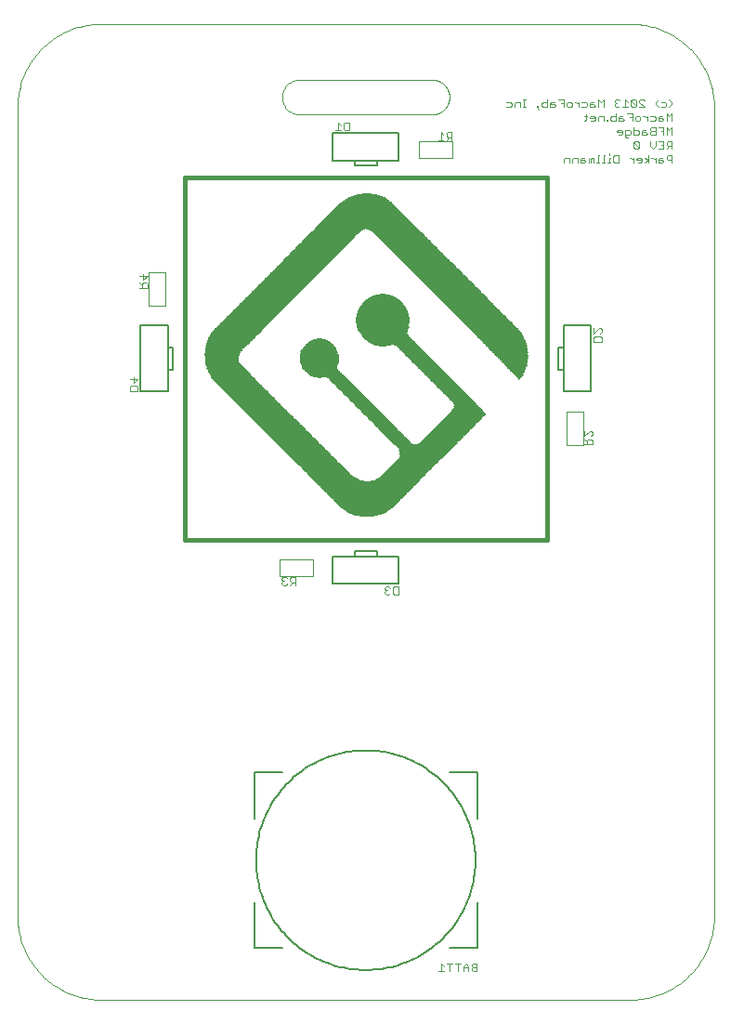
<source format=gbo>
G75*
%MOIN*%
%OFA0B0*%
%FSLAX24Y24*%
%IPPOS*%
%LPD*%
%AMOC8*
5,1,8,0,0,1.08239X$1,22.5*
%
%ADD10C,0.0000*%
%ADD11R,0.0324X0.0018*%
%ADD12R,0.0558X0.0018*%
%ADD13R,0.0738X0.0018*%
%ADD14R,0.0864X0.0018*%
%ADD15R,0.0990X0.0018*%
%ADD16R,0.1062X0.0018*%
%ADD17R,0.1170X0.0018*%
%ADD18R,0.1242X0.0018*%
%ADD19R,0.1314X0.0018*%
%ADD20R,0.1386X0.0018*%
%ADD21R,0.1458X0.0018*%
%ADD22R,0.1512X0.0018*%
%ADD23R,0.1566X0.0018*%
%ADD24R,0.1638X0.0018*%
%ADD25R,0.1674X0.0018*%
%ADD26R,0.1728X0.0018*%
%ADD27R,0.1764X0.0018*%
%ADD28R,0.1818X0.0018*%
%ADD29R,0.1854X0.0018*%
%ADD30R,0.1890X0.0018*%
%ADD31R,0.1926X0.0018*%
%ADD32R,0.1962X0.0018*%
%ADD33R,0.1998X0.0018*%
%ADD34R,0.2034X0.0018*%
%ADD35R,0.2070X0.0018*%
%ADD36R,0.2106X0.0018*%
%ADD37R,0.2142X0.0018*%
%ADD38R,0.2178X0.0018*%
%ADD39R,0.2214X0.0018*%
%ADD40R,0.2250X0.0018*%
%ADD41R,0.2286X0.0018*%
%ADD42R,0.2322X0.0018*%
%ADD43R,0.2358X0.0018*%
%ADD44R,0.2394X0.0018*%
%ADD45R,0.2430X0.0018*%
%ADD46R,0.2466X0.0018*%
%ADD47R,0.2502X0.0018*%
%ADD48R,0.2538X0.0018*%
%ADD49R,0.2574X0.0018*%
%ADD50R,0.2610X0.0018*%
%ADD51R,0.2646X0.0018*%
%ADD52R,0.2682X0.0018*%
%ADD53R,0.2718X0.0018*%
%ADD54R,0.2754X0.0018*%
%ADD55R,0.2790X0.0018*%
%ADD56R,0.2826X0.0018*%
%ADD57R,0.2862X0.0018*%
%ADD58R,0.2898X0.0018*%
%ADD59R,0.2934X0.0018*%
%ADD60R,0.2970X0.0018*%
%ADD61R,0.3006X0.0018*%
%ADD62R,0.3042X0.0018*%
%ADD63R,0.3078X0.0018*%
%ADD64R,0.3114X0.0018*%
%ADD65R,0.3150X0.0018*%
%ADD66R,0.3186X0.0018*%
%ADD67R,0.3222X0.0018*%
%ADD68R,0.3258X0.0018*%
%ADD69R,0.3294X0.0018*%
%ADD70R,0.3330X0.0018*%
%ADD71R,0.3366X0.0018*%
%ADD72R,0.3402X0.0018*%
%ADD73R,0.3438X0.0018*%
%ADD74R,0.3474X0.0018*%
%ADD75R,0.3510X0.0018*%
%ADD76R,0.3546X0.0018*%
%ADD77R,0.3582X0.0018*%
%ADD78R,0.3618X0.0018*%
%ADD79R,0.3654X0.0018*%
%ADD80R,0.3690X0.0018*%
%ADD81R,0.3726X0.0018*%
%ADD82R,0.1800X0.0018*%
%ADD83R,0.1746X0.0018*%
%ADD84R,0.1656X0.0018*%
%ADD85R,0.1602X0.0018*%
%ADD86R,0.1584X0.0018*%
%ADD87R,0.1620X0.0018*%
%ADD88R,0.1602X0.0018*%
%ADD89R,0.1548X0.0018*%
%ADD90R,0.1530X0.0018*%
%ADD91R,0.1584X0.0018*%
%ADD92R,0.1674X0.0018*%
%ADD93R,0.1692X0.0018*%
%ADD94R,0.1710X0.0018*%
%ADD95R,0.1872X0.0018*%
%ADD96R,0.1908X0.0018*%
%ADD97R,0.1944X0.0018*%
%ADD98R,0.1980X0.0018*%
%ADD99R,0.2016X0.0018*%
%ADD100R,0.2052X0.0018*%
%ADD101R,0.2088X0.0018*%
%ADD102R,0.2124X0.0018*%
%ADD103R,0.2160X0.0018*%
%ADD104R,0.1440X0.0018*%
%ADD105R,0.0684X0.0018*%
%ADD106R,0.0666X0.0018*%
%ADD107R,0.1368X0.0018*%
%ADD108R,0.1350X0.0018*%
%ADD109R,0.0648X0.0018*%
%ADD110R,0.1332X0.0018*%
%ADD111R,0.1296X0.0018*%
%ADD112R,0.1260X0.0018*%
%ADD113R,0.1224X0.0018*%
%ADD114R,0.1188X0.0018*%
%ADD115R,0.1152X0.0018*%
%ADD116R,0.1116X0.0018*%
%ADD117R,0.1080X0.0018*%
%ADD118R,0.1026X0.0018*%
%ADD119R,0.0972X0.0018*%
%ADD120R,0.0936X0.0018*%
%ADD121R,0.0918X0.0018*%
%ADD122R,0.0900X0.0018*%
%ADD123R,0.0882X0.0018*%
%ADD124R,0.0846X0.0018*%
%ADD125R,0.0828X0.0018*%
%ADD126R,0.0810X0.0018*%
%ADD127R,0.0792X0.0018*%
%ADD128R,0.0792X0.0018*%
%ADD129R,0.0018X0.0018*%
%ADD130R,0.0054X0.0018*%
%ADD131R,0.1512X0.0018*%
%ADD132R,0.0090X0.0018*%
%ADD133R,0.0108X0.0018*%
%ADD134R,0.0126X0.0018*%
%ADD135R,0.0144X0.0018*%
%ADD136R,0.1494X0.0018*%
%ADD137R,0.0342X0.0018*%
%ADD138R,0.0720X0.0018*%
%ADD139R,0.0180X0.0018*%
%ADD140R,0.1134X0.0018*%
%ADD141R,0.0198X0.0018*%
%ADD142R,0.0234X0.0018*%
%ADD143R,0.1476X0.0018*%
%ADD144R,0.0270X0.0018*%
%ADD145R,0.0288X0.0018*%
%ADD146R,0.1206X0.0018*%
%ADD147R,0.0378X0.0018*%
%ADD148R,0.1224X0.0018*%
%ADD149R,0.0396X0.0018*%
%ADD150R,0.0432X0.0018*%
%ADD151R,0.0450X0.0018*%
%ADD152R,0.1422X0.0018*%
%ADD153R,0.1242X0.0018*%
%ADD154R,0.0486X0.0018*%
%ADD155R,0.1422X0.0018*%
%ADD156R,0.0504X0.0018*%
%ADD157R,0.1404X0.0018*%
%ADD158R,0.0522X0.0018*%
%ADD159R,0.0576X0.0018*%
%ADD160R,0.0594X0.0018*%
%ADD161R,0.0630X0.0018*%
%ADD162R,0.1332X0.0018*%
%ADD163R,0.0702X0.0018*%
%ADD164R,0.1278X0.0018*%
%ADD165R,0.0774X0.0018*%
%ADD166R,0.0882X0.0018*%
%ADD167R,0.0954X0.0018*%
%ADD168R,0.1404X0.0018*%
%ADD169R,0.1008X0.0018*%
%ADD170R,0.1044X0.0018*%
%ADD171R,0.1062X0.0018*%
%ADD172R,0.1098X0.0018*%
%ADD173R,0.1152X0.0018*%
%ADD174R,0.0774X0.0018*%
%ADD175R,0.1044X0.0018*%
%ADD176R,0.0432X0.0018*%
%ADD177R,0.0702X0.0018*%
%ADD178R,0.0216X0.0018*%
%ADD179R,0.1692X0.0018*%
%ADD180R,0.1764X0.0018*%
%ADD181R,0.1782X0.0018*%
%ADD182R,0.1836X0.0018*%
%ADD183R,0.1854X0.0018*%
%ADD184R,0.1872X0.0018*%
%ADD185R,0.1782X0.0018*%
%ADD186R,0.0954X0.0018*%
%ADD187R,0.3672X0.0018*%
%ADD188R,0.3636X0.0018*%
%ADD189R,0.3600X0.0018*%
%ADD190R,0.3564X0.0018*%
%ADD191R,0.3528X0.0018*%
%ADD192R,0.3492X0.0018*%
%ADD193R,0.3456X0.0018*%
%ADD194R,0.3420X0.0018*%
%ADD195R,0.3384X0.0018*%
%ADD196R,0.3348X0.0018*%
%ADD197R,0.3312X0.0018*%
%ADD198R,0.3276X0.0018*%
%ADD199R,0.3240X0.0018*%
%ADD200R,0.3204X0.0018*%
%ADD201R,0.3168X0.0018*%
%ADD202R,0.3132X0.0018*%
%ADD203R,0.3096X0.0018*%
%ADD204R,0.3060X0.0018*%
%ADD205R,0.3024X0.0018*%
%ADD206R,0.2988X0.0018*%
%ADD207R,0.2952X0.0018*%
%ADD208R,0.2916X0.0018*%
%ADD209R,0.2880X0.0018*%
%ADD210R,0.2844X0.0018*%
%ADD211R,0.2808X0.0018*%
%ADD212R,0.2772X0.0018*%
%ADD213R,0.2736X0.0018*%
%ADD214R,0.2700X0.0018*%
%ADD215R,0.2664X0.0018*%
%ADD216R,0.2628X0.0018*%
%ADD217R,0.2592X0.0018*%
%ADD218R,0.2556X0.0018*%
%ADD219R,0.2520X0.0018*%
%ADD220R,0.2484X0.0018*%
%ADD221R,0.2448X0.0018*%
%ADD222R,0.2412X0.0018*%
%ADD223R,0.2376X0.0018*%
%ADD224R,0.2340X0.0018*%
%ADD225R,0.2304X0.0018*%
%ADD226R,0.2268X0.0018*%
%ADD227R,0.2232X0.0018*%
%ADD228R,0.2196X0.0018*%
%ADD229R,0.0306X0.0018*%
%ADD230C,0.0160*%
%ADD231C,0.0030*%
%ADD232C,0.0050*%
%ADD233C,0.0020*%
D10*
X000100Y003100D02*
X000100Y032100D01*
X000102Y032207D01*
X000108Y032314D01*
X000117Y032421D01*
X000131Y032527D01*
X000148Y032633D01*
X000169Y032738D01*
X000193Y032842D01*
X000222Y032945D01*
X000254Y033047D01*
X000289Y033148D01*
X000328Y033248D01*
X000371Y033346D01*
X000417Y033443D01*
X000467Y033538D01*
X000520Y033631D01*
X000576Y033722D01*
X000636Y033811D01*
X000698Y033898D01*
X000764Y033982D01*
X000833Y034065D01*
X000904Y034144D01*
X000979Y034221D01*
X001056Y034296D01*
X001135Y034367D01*
X001218Y034436D01*
X001302Y034502D01*
X001389Y034564D01*
X001478Y034624D01*
X001569Y034680D01*
X001662Y034733D01*
X001757Y034783D01*
X001854Y034829D01*
X001952Y034872D01*
X002052Y034911D01*
X002153Y034946D01*
X002255Y034978D01*
X002358Y035007D01*
X002462Y035031D01*
X002567Y035052D01*
X002673Y035069D01*
X002779Y035083D01*
X002886Y035092D01*
X002993Y035098D01*
X003100Y035100D01*
X022100Y035100D01*
X022207Y035098D01*
X022314Y035092D01*
X022421Y035083D01*
X022527Y035069D01*
X022633Y035052D01*
X022738Y035031D01*
X022842Y035007D01*
X022945Y034978D01*
X023047Y034946D01*
X023148Y034911D01*
X023248Y034872D01*
X023346Y034829D01*
X023443Y034783D01*
X023538Y034733D01*
X023631Y034680D01*
X023722Y034624D01*
X023811Y034564D01*
X023898Y034502D01*
X023982Y034436D01*
X024065Y034367D01*
X024144Y034296D01*
X024221Y034221D01*
X024296Y034144D01*
X024367Y034065D01*
X024436Y033982D01*
X024502Y033898D01*
X024564Y033811D01*
X024624Y033722D01*
X024680Y033631D01*
X024733Y033538D01*
X024783Y033443D01*
X024829Y033346D01*
X024872Y033248D01*
X024911Y033148D01*
X024946Y033047D01*
X024978Y032945D01*
X025007Y032842D01*
X025031Y032738D01*
X025052Y032633D01*
X025069Y032527D01*
X025083Y032421D01*
X025092Y032314D01*
X025098Y032207D01*
X025100Y032100D01*
X025100Y003100D01*
X025098Y002993D01*
X025092Y002886D01*
X025083Y002779D01*
X025069Y002673D01*
X025052Y002567D01*
X025031Y002462D01*
X025007Y002358D01*
X024978Y002255D01*
X024946Y002153D01*
X024911Y002052D01*
X024872Y001952D01*
X024829Y001854D01*
X024783Y001757D01*
X024733Y001662D01*
X024680Y001569D01*
X024624Y001478D01*
X024564Y001389D01*
X024502Y001302D01*
X024436Y001218D01*
X024367Y001135D01*
X024296Y001056D01*
X024221Y000979D01*
X024144Y000904D01*
X024065Y000833D01*
X023982Y000764D01*
X023898Y000698D01*
X023811Y000636D01*
X023722Y000576D01*
X023631Y000520D01*
X023538Y000467D01*
X023443Y000417D01*
X023346Y000371D01*
X023248Y000328D01*
X023148Y000289D01*
X023047Y000254D01*
X022945Y000222D01*
X022842Y000193D01*
X022738Y000169D01*
X022633Y000148D01*
X022527Y000131D01*
X022421Y000117D01*
X022314Y000108D01*
X022207Y000102D01*
X022100Y000100D01*
X003100Y000100D01*
X002993Y000102D01*
X002886Y000108D01*
X002779Y000117D01*
X002673Y000131D01*
X002567Y000148D01*
X002462Y000169D01*
X002358Y000193D01*
X002255Y000222D01*
X002153Y000254D01*
X002052Y000289D01*
X001952Y000328D01*
X001854Y000371D01*
X001757Y000417D01*
X001662Y000467D01*
X001569Y000520D01*
X001478Y000576D01*
X001389Y000636D01*
X001302Y000698D01*
X001218Y000764D01*
X001135Y000833D01*
X001056Y000904D01*
X000979Y000979D01*
X000904Y001056D01*
X000833Y001135D01*
X000764Y001218D01*
X000698Y001302D01*
X000636Y001389D01*
X000576Y001478D01*
X000520Y001569D01*
X000467Y001662D01*
X000417Y001757D01*
X000371Y001854D01*
X000328Y001952D01*
X000289Y002052D01*
X000254Y002153D01*
X000222Y002255D01*
X000193Y002358D01*
X000169Y002462D01*
X000148Y002567D01*
X000131Y002673D01*
X000117Y002779D01*
X000108Y002886D01*
X000102Y002993D01*
X000100Y003100D01*
X010225Y031850D02*
X014975Y031850D01*
X015024Y031852D01*
X015073Y031858D01*
X015121Y031867D01*
X015168Y031881D01*
X015214Y031898D01*
X015259Y031918D01*
X015302Y031942D01*
X015342Y031969D01*
X015381Y032000D01*
X015417Y032033D01*
X015450Y032069D01*
X015481Y032108D01*
X015508Y032148D01*
X015532Y032191D01*
X015552Y032236D01*
X015569Y032282D01*
X015583Y032329D01*
X015592Y032377D01*
X015598Y032426D01*
X015600Y032475D01*
X015598Y032524D01*
X015592Y032573D01*
X015583Y032621D01*
X015569Y032668D01*
X015552Y032714D01*
X015532Y032759D01*
X015508Y032802D01*
X015481Y032842D01*
X015450Y032881D01*
X015417Y032917D01*
X015381Y032950D01*
X015342Y032981D01*
X015302Y033008D01*
X015259Y033032D01*
X015214Y033052D01*
X015168Y033069D01*
X015121Y033083D01*
X015073Y033092D01*
X015024Y033098D01*
X014975Y033100D01*
X010225Y033100D01*
X009600Y032475D02*
X009602Y032426D01*
X009608Y032377D01*
X009617Y032329D01*
X009631Y032282D01*
X009648Y032236D01*
X009668Y032191D01*
X009692Y032148D01*
X009719Y032108D01*
X009750Y032069D01*
X009783Y032033D01*
X009819Y032000D01*
X009858Y031969D01*
X009898Y031942D01*
X009941Y031918D01*
X009986Y031898D01*
X010032Y031881D01*
X010079Y031867D01*
X010127Y031858D01*
X010176Y031852D01*
X010225Y031850D01*
X009600Y032475D02*
X009602Y032524D01*
X009608Y032573D01*
X009617Y032621D01*
X009631Y032668D01*
X009648Y032714D01*
X009668Y032759D01*
X009692Y032802D01*
X009719Y032842D01*
X009750Y032881D01*
X009783Y032917D01*
X009819Y032950D01*
X009858Y032981D01*
X009898Y033008D01*
X009941Y033032D01*
X009986Y033052D01*
X010032Y033069D01*
X010079Y033083D01*
X010127Y033092D01*
X010176Y033098D01*
X010225Y033100D01*
D11*
X018093Y022506D03*
X012621Y017412D03*
D12*
X012630Y017430D03*
X010938Y023730D03*
X013224Y025350D03*
X012630Y028968D03*
X018048Y022668D03*
D13*
X017994Y022812D03*
X013998Y019986D03*
X012630Y017448D03*
X010938Y023676D03*
X013224Y025314D03*
X012630Y028950D03*
D14*
X014025Y023568D03*
X016203Y021390D03*
X017967Y022920D03*
X012621Y017466D03*
D15*
X012630Y017484D03*
X016248Y021282D03*
D16*
X016248Y021246D03*
X013224Y025224D03*
X012630Y028896D03*
X012630Y017502D03*
D17*
X012630Y017520D03*
X011244Y022452D03*
X013224Y025188D03*
X017832Y023208D03*
D18*
X012630Y017538D03*
X011028Y022632D03*
X010974Y022704D03*
X010920Y023388D03*
D19*
X010920Y023316D03*
X007500Y023370D03*
X007536Y022794D03*
X012630Y017556D03*
X017742Y023370D03*
X012630Y028842D03*
D20*
X012630Y028824D03*
X010938Y023010D03*
X007626Y022668D03*
X007608Y022686D03*
X012630Y017574D03*
X015150Y020004D03*
X017706Y023442D03*
D21*
X017652Y023532D03*
X017652Y023550D03*
X017634Y023568D03*
X013206Y025044D03*
X007590Y023532D03*
X007698Y022560D03*
X007716Y022542D03*
X012630Y017592D03*
D22*
X012639Y017610D03*
X007869Y022344D03*
X007833Y022380D03*
X007815Y022398D03*
X007635Y023604D03*
X013215Y025008D03*
X017589Y023640D03*
D23*
X017544Y023712D03*
X014592Y019536D03*
X014574Y019518D03*
X013818Y018780D03*
X012630Y017628D03*
X011388Y018834D03*
X011370Y018852D03*
X011352Y018870D03*
X011262Y018960D03*
X011244Y018978D03*
X011226Y018996D03*
X011208Y019014D03*
X011190Y019032D03*
X011172Y019050D03*
X011154Y019068D03*
X011136Y019086D03*
X011118Y019104D03*
X011100Y019122D03*
X011082Y019140D03*
X011064Y019158D03*
X011046Y019176D03*
X011028Y019194D03*
X011010Y019212D03*
X010992Y019230D03*
X010974Y019248D03*
X010956Y019266D03*
X010938Y019284D03*
X013656Y023586D03*
X013206Y024972D03*
X007698Y023694D03*
X007680Y023676D03*
D24*
X007770Y023802D03*
X007788Y023820D03*
X012630Y017646D03*
X014646Y019626D03*
X013548Y023658D03*
X013530Y023676D03*
X013206Y024918D03*
X017436Y023856D03*
X017454Y023838D03*
D25*
X017400Y023910D03*
X017382Y023928D03*
X013422Y023766D03*
X013386Y023802D03*
X013368Y023820D03*
X013350Y023838D03*
X013296Y023910D03*
X013278Y023928D03*
X013278Y023946D03*
X013260Y023964D03*
X013206Y024882D03*
X013206Y024900D03*
X011550Y018726D03*
X012630Y017664D03*
X007842Y023892D03*
D26*
X007941Y024018D03*
X007959Y024036D03*
X007977Y024054D03*
X007995Y024072D03*
X008013Y024090D03*
X010515Y026610D03*
X010533Y026628D03*
X010551Y026646D03*
X010569Y026664D03*
X010587Y026682D03*
X010605Y026700D03*
X010623Y026718D03*
X010641Y026736D03*
X010659Y026754D03*
X010677Y026772D03*
X010695Y026790D03*
X010713Y026808D03*
X010731Y026826D03*
X010749Y026844D03*
X010767Y026862D03*
X010785Y026880D03*
X010803Y026898D03*
X010821Y026916D03*
X010839Y026934D03*
X010857Y026952D03*
X010875Y026970D03*
X010893Y026988D03*
X010911Y027006D03*
X010929Y027024D03*
X010947Y027042D03*
X010965Y027060D03*
X010983Y027078D03*
X011001Y027096D03*
X011019Y027114D03*
X011037Y027132D03*
X011055Y027150D03*
X011073Y027168D03*
X011091Y027186D03*
X011109Y027204D03*
X011127Y027222D03*
X011145Y027240D03*
X011163Y027258D03*
X011181Y027276D03*
X011199Y027294D03*
X011217Y027312D03*
X011235Y027330D03*
X011253Y027348D03*
X011559Y027654D03*
X013701Y027636D03*
X013719Y027618D03*
X013935Y027402D03*
X013953Y027384D03*
X013971Y027366D03*
X013989Y027348D03*
X014007Y027330D03*
X014025Y027312D03*
X014043Y027294D03*
X014061Y027276D03*
X014079Y027258D03*
X014097Y027240D03*
X014115Y027222D03*
X014133Y027204D03*
X014151Y027186D03*
X014169Y027168D03*
X014187Y027150D03*
X014205Y027132D03*
X014223Y027114D03*
X014241Y027096D03*
X014259Y027078D03*
X014277Y027060D03*
X014295Y027042D03*
X014313Y027024D03*
X014331Y027006D03*
X014349Y026988D03*
X014367Y026970D03*
X014385Y026952D03*
X014403Y026934D03*
X014421Y026916D03*
X014439Y026898D03*
X014457Y026880D03*
X014475Y026862D03*
X014493Y026844D03*
X014511Y026826D03*
X014529Y026808D03*
X014547Y026790D03*
X014565Y026772D03*
X014583Y026754D03*
X014601Y026736D03*
X014619Y026718D03*
X014637Y026700D03*
X014655Y026682D03*
X014673Y026664D03*
X014691Y026646D03*
X014709Y026628D03*
X014727Y026610D03*
X014745Y026592D03*
X016041Y025296D03*
X016059Y025278D03*
X016077Y025260D03*
X016095Y025242D03*
X016113Y025224D03*
X016131Y025206D03*
X016149Y025188D03*
X016167Y025170D03*
X016185Y025152D03*
X016203Y025134D03*
X016221Y025116D03*
X016239Y025098D03*
X016257Y025080D03*
X016275Y025062D03*
X016293Y025044D03*
X016311Y025026D03*
X016329Y025008D03*
X016347Y024990D03*
X016365Y024972D03*
X016383Y024954D03*
X016401Y024936D03*
X016419Y024918D03*
X016437Y024900D03*
X016455Y024882D03*
X016473Y024864D03*
X016491Y024846D03*
X016509Y024828D03*
X016527Y024810D03*
X016545Y024792D03*
X016563Y024774D03*
X016581Y024756D03*
X016599Y024738D03*
X016617Y024720D03*
X016635Y024702D03*
X016653Y024684D03*
X016671Y024666D03*
X016689Y024648D03*
X016707Y024630D03*
X016725Y024612D03*
X016743Y024594D03*
X016761Y024576D03*
X016779Y024558D03*
X016797Y024540D03*
X016815Y024522D03*
X016833Y024504D03*
X016851Y024486D03*
X016869Y024468D03*
X016887Y024450D03*
X016905Y024432D03*
X016923Y024414D03*
X016941Y024396D03*
X016959Y024378D03*
X016977Y024360D03*
X016995Y024342D03*
X017013Y024324D03*
X017031Y024306D03*
X017049Y024288D03*
X017067Y024270D03*
X017085Y024252D03*
X017103Y024234D03*
X017121Y024216D03*
X017139Y024198D03*
X017157Y024180D03*
X017175Y024162D03*
X017193Y024144D03*
X017211Y024126D03*
X017229Y024108D03*
X017247Y024090D03*
X017265Y024072D03*
X017283Y024054D03*
X014691Y019716D03*
X012639Y017682D03*
X011595Y018708D03*
X013233Y024036D03*
X013233Y024054D03*
D27*
X013629Y027690D03*
X014709Y019752D03*
X012639Y017700D03*
D28*
X012630Y017718D03*
X014718Y019788D03*
X013224Y024162D03*
X013206Y024720D03*
X013206Y024738D03*
X011676Y027726D03*
D29*
X013548Y027726D03*
X013206Y024666D03*
X014718Y019806D03*
X012630Y017736D03*
D30*
X012630Y017754D03*
X013224Y024270D03*
X013224Y024288D03*
X013224Y024306D03*
X013224Y024324D03*
X013224Y024342D03*
X013206Y024576D03*
D31*
X012630Y017772D03*
D32*
X012630Y017790D03*
D33*
X012630Y017808D03*
D34*
X012630Y017826D03*
D35*
X012630Y017844D03*
D36*
X012630Y017862D03*
D37*
X012630Y017880D03*
D38*
X012630Y017898D03*
D39*
X012630Y017916D03*
D40*
X012630Y017934D03*
D41*
X012630Y017952D03*
D42*
X012630Y017970D03*
D43*
X012630Y017988D03*
D44*
X012630Y018006D03*
D45*
X012630Y018024D03*
D46*
X012630Y018042D03*
D47*
X012630Y018060D03*
D48*
X012630Y018078D03*
D49*
X012630Y018096D03*
D50*
X012630Y018114D03*
D51*
X012630Y018132D03*
D52*
X012630Y018150D03*
D53*
X012630Y018168D03*
D54*
X012630Y018186D03*
D55*
X012630Y018204D03*
D56*
X012630Y018222D03*
D57*
X012630Y018240D03*
D58*
X012630Y018258D03*
D59*
X012630Y018276D03*
D60*
X012630Y018294D03*
D61*
X012630Y018312D03*
D62*
X012630Y018330D03*
D63*
X012630Y018348D03*
D64*
X012630Y018366D03*
D65*
X012630Y018384D03*
D66*
X012630Y018402D03*
D67*
X012630Y018420D03*
D68*
X012630Y018438D03*
D69*
X012630Y018456D03*
D70*
X012630Y018474D03*
D71*
X012630Y018492D03*
D72*
X012630Y018510D03*
D73*
X012630Y018528D03*
D74*
X012630Y018546D03*
D75*
X012630Y018564D03*
D76*
X012630Y018582D03*
D77*
X012630Y018600D03*
D78*
X012630Y018618D03*
D79*
X012630Y018636D03*
D80*
X012630Y018654D03*
D81*
X012630Y018672D03*
D82*
X011649Y018690D03*
X014709Y019770D03*
X013233Y024144D03*
X013215Y024756D03*
X013593Y027708D03*
D83*
X013656Y027672D03*
X013674Y027654D03*
X012630Y028698D03*
X011604Y027690D03*
X011586Y027672D03*
X010506Y026592D03*
X010488Y026574D03*
X010470Y026556D03*
X010452Y026538D03*
X010434Y026520D03*
X010416Y026502D03*
X010398Y026484D03*
X010380Y026466D03*
X010362Y026448D03*
X010344Y026430D03*
X010326Y026412D03*
X010308Y026394D03*
X010290Y026376D03*
X010272Y026358D03*
X010254Y026340D03*
X010236Y026322D03*
X010218Y026304D03*
X010200Y026286D03*
X010182Y026268D03*
X010164Y026250D03*
X010146Y026232D03*
X010128Y026214D03*
X010110Y026196D03*
X010092Y026178D03*
X010074Y026160D03*
X010056Y026142D03*
X010038Y026124D03*
X010020Y026106D03*
X010002Y026088D03*
X009984Y026070D03*
X009966Y026052D03*
X009948Y026034D03*
X009930Y026016D03*
X009912Y025998D03*
X009894Y025980D03*
X009876Y025962D03*
X009858Y025944D03*
X009840Y025926D03*
X009822Y025908D03*
X009804Y025890D03*
X009786Y025872D03*
X009768Y025854D03*
X009750Y025836D03*
X009732Y025818D03*
X009714Y025800D03*
X009696Y025782D03*
X009678Y025764D03*
X009660Y025746D03*
X009642Y025728D03*
X009624Y025710D03*
X009606Y025692D03*
X009588Y025674D03*
X009570Y025656D03*
X009552Y025638D03*
X009534Y025620D03*
X009516Y025602D03*
X009498Y025584D03*
X009480Y025566D03*
X009462Y025548D03*
X009444Y025530D03*
X009426Y025512D03*
X009408Y025494D03*
X009390Y025476D03*
X009372Y025458D03*
X009354Y025440D03*
X009336Y025422D03*
X009318Y025404D03*
X009300Y025386D03*
X009282Y025368D03*
X009264Y025350D03*
X009246Y025332D03*
X009228Y025314D03*
X009210Y025296D03*
X009192Y025278D03*
X009174Y025260D03*
X009156Y025242D03*
X009138Y025224D03*
X009120Y025206D03*
X009102Y025188D03*
X009084Y025170D03*
X009066Y025152D03*
X009048Y025134D03*
X009030Y025116D03*
X009012Y025098D03*
X008994Y025080D03*
X008976Y025062D03*
X008958Y025044D03*
X008940Y025026D03*
X008922Y025008D03*
X008904Y024990D03*
X008886Y024972D03*
X008868Y024954D03*
X008850Y024936D03*
X008832Y024918D03*
X008814Y024900D03*
X008796Y024882D03*
X008778Y024864D03*
X008760Y024846D03*
X008742Y024828D03*
X008724Y024810D03*
X008706Y024792D03*
X008688Y024774D03*
X008670Y024756D03*
X008652Y024738D03*
X008634Y024720D03*
X008616Y024702D03*
X008598Y024684D03*
X008580Y024666D03*
X008562Y024648D03*
X008544Y024630D03*
X008526Y024612D03*
X008508Y024594D03*
X008490Y024576D03*
X008472Y024558D03*
X008454Y024540D03*
X008436Y024522D03*
X008418Y024504D03*
X008400Y024486D03*
X008382Y024468D03*
X008364Y024450D03*
X008346Y024432D03*
X008328Y024414D03*
X008310Y024396D03*
X008292Y024378D03*
X008274Y024360D03*
X008256Y024342D03*
X008238Y024324D03*
X008220Y024306D03*
X008202Y024288D03*
X008184Y024270D03*
X008166Y024252D03*
X008148Y024234D03*
X008130Y024216D03*
X008112Y024198D03*
X008094Y024180D03*
X008076Y024162D03*
X008058Y024144D03*
X008040Y024126D03*
X008022Y024108D03*
X013224Y024072D03*
X013206Y024810D03*
X013206Y024828D03*
X014862Y026484D03*
X014880Y026466D03*
X014898Y026448D03*
X014916Y026430D03*
X014934Y026412D03*
X014952Y026394D03*
X014970Y026376D03*
X014988Y026358D03*
X015006Y026340D03*
X015024Y026322D03*
X015042Y026304D03*
X015060Y026286D03*
X015078Y026268D03*
X015096Y026250D03*
X015114Y026232D03*
X015132Y026214D03*
X015150Y026196D03*
X015168Y026178D03*
X015186Y026160D03*
X015204Y026142D03*
X015222Y026124D03*
X015240Y026106D03*
X015258Y026088D03*
X015276Y026070D03*
X015294Y026052D03*
X015312Y026034D03*
X015330Y026016D03*
X015348Y025998D03*
X015366Y025980D03*
X015384Y025962D03*
X015402Y025944D03*
X015420Y025926D03*
X015438Y025908D03*
X015456Y025890D03*
X015474Y025872D03*
X015492Y025854D03*
X015510Y025836D03*
X015528Y025818D03*
X015546Y025800D03*
X015564Y025782D03*
X015582Y025764D03*
X015600Y025746D03*
X015618Y025728D03*
X015636Y025710D03*
X015654Y025692D03*
X015672Y025674D03*
X015690Y025656D03*
X015708Y025638D03*
X015726Y025620D03*
X015744Y025602D03*
X015762Y025584D03*
X015780Y025566D03*
X015798Y025548D03*
X015816Y025530D03*
X015834Y025512D03*
X015852Y025494D03*
X015870Y025476D03*
X015888Y025458D03*
X015906Y025440D03*
X015924Y025422D03*
X015942Y025404D03*
X015960Y025386D03*
X015978Y025368D03*
X015996Y025350D03*
X016014Y025332D03*
X016032Y025314D03*
X014844Y026502D03*
X014826Y026520D03*
X014808Y026538D03*
X014790Y026556D03*
X014772Y026574D03*
X014700Y019734D03*
X013638Y018690D03*
D84*
X013701Y018708D03*
X014655Y019644D03*
X013503Y023694D03*
X013485Y023712D03*
X013467Y023730D03*
X013449Y023748D03*
X013341Y023856D03*
X013323Y023874D03*
X013305Y023892D03*
X012621Y028734D03*
X017409Y023892D03*
X017427Y023874D03*
X011523Y018744D03*
X007815Y023856D03*
X007797Y023838D03*
D85*
X013206Y024954D03*
X013602Y023622D03*
X013746Y018726D03*
D86*
X013773Y018744D03*
X013791Y018762D03*
X014601Y019554D03*
X011433Y018798D03*
X011415Y018816D03*
X007707Y023712D03*
X007725Y023730D03*
X017517Y023748D03*
X017535Y023730D03*
D87*
X017481Y023802D03*
X017463Y023820D03*
X014637Y019608D03*
X013575Y023640D03*
X013215Y024936D03*
X011487Y018762D03*
X007743Y023766D03*
X007761Y023784D03*
D88*
X007734Y023748D03*
X011460Y018780D03*
X014628Y019590D03*
X017508Y023766D03*
X017490Y023784D03*
X012630Y028752D03*
D89*
X012621Y028770D03*
X013215Y024990D03*
X009831Y020382D03*
X009813Y020400D03*
X009795Y020418D03*
X009777Y020436D03*
X009759Y020454D03*
X009741Y020472D03*
X009723Y020490D03*
X009705Y020508D03*
X009687Y020526D03*
X009669Y020544D03*
X009651Y020562D03*
X009633Y020580D03*
X009615Y020598D03*
X009597Y020616D03*
X009579Y020634D03*
X009561Y020652D03*
X009543Y020670D03*
X009525Y020688D03*
X009507Y020706D03*
X009489Y020724D03*
X009471Y020742D03*
X009453Y020760D03*
X009435Y020778D03*
X009417Y020796D03*
X009399Y020814D03*
X009381Y020832D03*
X009363Y020850D03*
X009345Y020868D03*
X009327Y020886D03*
X009309Y020904D03*
X009291Y020922D03*
X009849Y020364D03*
X009867Y020346D03*
X009885Y020328D03*
X009903Y020310D03*
X009921Y020292D03*
X009939Y020274D03*
X009957Y020256D03*
X009975Y020238D03*
X009993Y020220D03*
X010011Y020202D03*
X010029Y020184D03*
X010047Y020166D03*
X010065Y020148D03*
X010083Y020130D03*
X010101Y020112D03*
X010119Y020094D03*
X010137Y020076D03*
X010155Y020058D03*
X010173Y020040D03*
X010191Y020022D03*
X010209Y020004D03*
X010227Y019986D03*
X010245Y019968D03*
X010263Y019950D03*
X010281Y019932D03*
X010299Y019914D03*
X010317Y019896D03*
X010335Y019878D03*
X010353Y019860D03*
X010371Y019842D03*
X010389Y019824D03*
X010407Y019806D03*
X010425Y019788D03*
X010443Y019770D03*
X010461Y019752D03*
X010479Y019734D03*
X010497Y019716D03*
X010515Y019698D03*
X010533Y019680D03*
X010551Y019662D03*
X010569Y019644D03*
X010587Y019626D03*
X010605Y019608D03*
X010623Y019590D03*
X010641Y019572D03*
X010659Y019554D03*
X010677Y019536D03*
X010695Y019518D03*
X010713Y019500D03*
X010731Y019482D03*
X010749Y019464D03*
X010767Y019446D03*
X010785Y019428D03*
X010803Y019410D03*
X010821Y019392D03*
X010839Y019374D03*
X010857Y019356D03*
X010875Y019338D03*
X010893Y019320D03*
X010911Y019302D03*
X011271Y018942D03*
X011289Y018924D03*
X011307Y018906D03*
X011325Y018888D03*
X013845Y018798D03*
X013863Y018816D03*
X013881Y018834D03*
X014547Y019482D03*
X014565Y019500D03*
X017571Y023676D03*
X017553Y023694D03*
X007671Y023658D03*
D90*
X007662Y023640D03*
X007644Y023622D03*
X007878Y022326D03*
X007896Y022308D03*
X007914Y022290D03*
X007932Y022272D03*
X007950Y022254D03*
X007968Y022236D03*
X007986Y022218D03*
X008004Y022200D03*
X008022Y022182D03*
X008040Y022164D03*
X008058Y022146D03*
X008076Y022128D03*
X008094Y022110D03*
X008112Y022092D03*
X008130Y022074D03*
X008148Y022056D03*
X008166Y022038D03*
X008184Y022020D03*
X008202Y022002D03*
X008220Y021984D03*
X008238Y021966D03*
X008256Y021948D03*
X008274Y021930D03*
X008292Y021912D03*
X008310Y021894D03*
X008328Y021876D03*
X008346Y021858D03*
X008364Y021840D03*
X008382Y021822D03*
X008400Y021804D03*
X008418Y021786D03*
X008436Y021768D03*
X008454Y021750D03*
X008472Y021732D03*
X008490Y021714D03*
X008508Y021696D03*
X008526Y021678D03*
X008544Y021660D03*
X008562Y021642D03*
X008580Y021624D03*
X008598Y021606D03*
X008616Y021588D03*
X008634Y021570D03*
X008652Y021552D03*
X008670Y021534D03*
X008688Y021516D03*
X008706Y021498D03*
X008724Y021480D03*
X008742Y021462D03*
X008760Y021444D03*
X008778Y021426D03*
X008796Y021408D03*
X008814Y021390D03*
X008832Y021372D03*
X008850Y021354D03*
X008868Y021336D03*
X008886Y021318D03*
X008904Y021300D03*
X008922Y021282D03*
X008940Y021264D03*
X008958Y021246D03*
X008976Y021228D03*
X008994Y021210D03*
X009012Y021192D03*
X009030Y021174D03*
X009048Y021156D03*
X009066Y021138D03*
X009084Y021120D03*
X009102Y021102D03*
X009120Y021084D03*
X009138Y021066D03*
X009156Y021048D03*
X009174Y021030D03*
X009192Y021012D03*
X009210Y020994D03*
X009228Y020976D03*
X009246Y020958D03*
X009264Y020940D03*
X013908Y018852D03*
X013926Y018870D03*
X013944Y018888D03*
X013962Y018906D03*
X013980Y018924D03*
X013998Y018942D03*
X014016Y018960D03*
X014034Y018978D03*
X014052Y018996D03*
X014070Y019014D03*
X014088Y019032D03*
X014106Y019050D03*
X014124Y019068D03*
X014142Y019086D03*
X014160Y019104D03*
X014178Y019122D03*
X014196Y019140D03*
X014214Y019158D03*
X014232Y019176D03*
X014250Y019194D03*
X014268Y019212D03*
X014286Y019230D03*
X014304Y019248D03*
X014322Y019266D03*
X014340Y019284D03*
X014358Y019302D03*
X014376Y019320D03*
X014394Y019338D03*
X014412Y019356D03*
X014430Y019374D03*
X014448Y019392D03*
X014466Y019410D03*
X014484Y019428D03*
X014502Y019446D03*
X014520Y019464D03*
X017580Y023658D03*
D91*
X014619Y019572D03*
X013629Y023604D03*
D92*
X013404Y023784D03*
X014664Y019662D03*
X007824Y023874D03*
D93*
X007869Y023928D03*
X014673Y019680D03*
X017373Y023946D03*
X017355Y023964D03*
D94*
X017328Y024000D03*
X017310Y024018D03*
X017292Y024036D03*
X013926Y027420D03*
X013908Y027438D03*
X013890Y027456D03*
X013872Y027474D03*
X013854Y027492D03*
X013836Y027510D03*
X013818Y027528D03*
X013800Y027546D03*
X013782Y027564D03*
X013764Y027582D03*
X013746Y027600D03*
X013206Y024864D03*
X013206Y024846D03*
X013242Y024018D03*
X011262Y027366D03*
X011280Y027384D03*
X011298Y027402D03*
X011316Y027420D03*
X011334Y027438D03*
X011352Y027456D03*
X011388Y027492D03*
X011406Y027510D03*
X011424Y027528D03*
X011442Y027546D03*
X011460Y027564D03*
X011478Y027582D03*
X011496Y027600D03*
X011514Y027618D03*
X011532Y027636D03*
X007932Y024000D03*
X007914Y023982D03*
X007896Y023964D03*
X014682Y019698D03*
D95*
X014727Y019824D03*
X012621Y028644D03*
D96*
X012621Y028626D03*
X013215Y024558D03*
X013215Y024540D03*
X013215Y024522D03*
X013215Y024504D03*
X013215Y024486D03*
X013215Y024468D03*
X013215Y024450D03*
X013215Y024432D03*
X013215Y024414D03*
X013215Y024396D03*
X013215Y024378D03*
X013215Y024360D03*
X014727Y019842D03*
D97*
X014727Y019860D03*
X012621Y028608D03*
D98*
X012621Y028590D03*
X014727Y019878D03*
D99*
X014727Y019896D03*
X012621Y028572D03*
D100*
X012621Y028554D03*
X014727Y019914D03*
D101*
X014727Y019932D03*
X012621Y028536D03*
D102*
X012621Y028518D03*
X014727Y019950D03*
D103*
X014727Y019968D03*
X012621Y028500D03*
D104*
X012621Y028806D03*
X013215Y025062D03*
X015105Y019986D03*
X017661Y023514D03*
X007689Y022578D03*
X007671Y022596D03*
X007581Y023514D03*
D105*
X013953Y020004D03*
D106*
X013926Y020022D03*
X013908Y020040D03*
X013890Y020058D03*
X013872Y020076D03*
X013854Y020094D03*
X013836Y020112D03*
X013818Y020130D03*
X013800Y020148D03*
X013782Y020166D03*
X013764Y020184D03*
X013746Y020202D03*
X013728Y020220D03*
X013710Y020238D03*
X013692Y020256D03*
X013674Y020274D03*
X013656Y020292D03*
X013638Y020310D03*
X013620Y020328D03*
X013602Y020346D03*
X013584Y020364D03*
X013566Y020382D03*
X013548Y020400D03*
X013530Y020418D03*
X013512Y020436D03*
X013494Y020454D03*
X013476Y020472D03*
X013458Y020490D03*
X013440Y020508D03*
X013422Y020526D03*
X013404Y020544D03*
X013386Y020562D03*
X013368Y020580D03*
X011568Y022380D03*
X011550Y022398D03*
X013224Y025332D03*
X018012Y022758D03*
D107*
X017715Y023424D03*
X015195Y020040D03*
X015177Y020022D03*
X013215Y025098D03*
X010929Y023226D03*
X010929Y023208D03*
X010929Y023190D03*
X010929Y023172D03*
X010929Y022992D03*
X010929Y022974D03*
X010929Y022956D03*
X010929Y022938D03*
X010929Y022920D03*
X007599Y022704D03*
X007581Y022722D03*
X007527Y023442D03*
D108*
X007518Y023424D03*
X007518Y023406D03*
X007572Y022740D03*
X010920Y023244D03*
X010920Y023262D03*
X015222Y020058D03*
X015240Y020076D03*
X015258Y020094D03*
X015276Y020112D03*
X015294Y020130D03*
X015312Y020148D03*
X015330Y020166D03*
X015348Y020184D03*
X015366Y020202D03*
X015384Y020220D03*
X015402Y020238D03*
X015420Y020256D03*
X015438Y020274D03*
X015456Y020292D03*
X015474Y020310D03*
X015492Y020328D03*
X015510Y020346D03*
X015528Y020364D03*
X015546Y020382D03*
X015564Y020400D03*
X015582Y020418D03*
X015600Y020436D03*
X015618Y020454D03*
X015636Y020472D03*
X015654Y020490D03*
X015672Y020508D03*
X015690Y020526D03*
X015708Y020544D03*
X015726Y020562D03*
X015744Y020580D03*
X015762Y020598D03*
X015780Y020616D03*
X015798Y020634D03*
X015816Y020652D03*
X015834Y020670D03*
X015852Y020688D03*
X015870Y020706D03*
X015888Y020724D03*
X015906Y020742D03*
X015924Y020760D03*
X015942Y020778D03*
X015960Y020796D03*
X015978Y020814D03*
X015996Y020832D03*
X016014Y020850D03*
X016032Y020868D03*
X016050Y020886D03*
X016068Y020904D03*
X016086Y020922D03*
X016104Y020940D03*
X016122Y020958D03*
X016140Y020976D03*
X016158Y020994D03*
X016176Y021012D03*
X016194Y021030D03*
X016212Y021048D03*
X016230Y021066D03*
X016248Y021084D03*
X017724Y023406D03*
D109*
X018021Y022740D03*
X013359Y020598D03*
X013341Y020616D03*
X013323Y020634D03*
X013305Y020652D03*
X013287Y020670D03*
X013269Y020688D03*
X013251Y020706D03*
X013233Y020724D03*
X013215Y020742D03*
X013197Y020760D03*
X013179Y020778D03*
X013161Y020796D03*
X013143Y020814D03*
X013125Y020832D03*
X013107Y020850D03*
X013089Y020868D03*
X013071Y020886D03*
X013053Y020904D03*
X013035Y020922D03*
X013017Y020940D03*
X012999Y020958D03*
X012981Y020976D03*
X012963Y020994D03*
X012945Y021012D03*
X012927Y021030D03*
X012909Y021048D03*
X012891Y021066D03*
X012873Y021084D03*
X012855Y021102D03*
X012837Y021120D03*
X012819Y021138D03*
X012801Y021156D03*
X012783Y021174D03*
X012765Y021192D03*
X012747Y021210D03*
X012729Y021228D03*
X012711Y021246D03*
X012693Y021264D03*
X012675Y021282D03*
X012657Y021300D03*
X012639Y021318D03*
X012621Y021336D03*
X012603Y021354D03*
X012585Y021372D03*
X012567Y021390D03*
X012549Y021408D03*
X012531Y021426D03*
X012513Y021444D03*
X012495Y021462D03*
X012477Y021480D03*
X012459Y021498D03*
X012441Y021516D03*
X012423Y021534D03*
X012405Y021552D03*
X012387Y021570D03*
X012369Y021588D03*
X012351Y021606D03*
X012333Y021624D03*
X012315Y021642D03*
X012297Y021660D03*
X012279Y021678D03*
X012261Y021696D03*
X012243Y021714D03*
X012225Y021732D03*
X012207Y021750D03*
X012189Y021768D03*
X012171Y021786D03*
X012153Y021804D03*
X012135Y021822D03*
X012117Y021840D03*
X012099Y021858D03*
X012081Y021876D03*
X012063Y021894D03*
X012045Y021912D03*
X012027Y021930D03*
X012009Y021948D03*
X011991Y021966D03*
X011973Y021984D03*
X011955Y022002D03*
X011937Y022020D03*
X011919Y022038D03*
X011901Y022056D03*
X011883Y022074D03*
X011865Y022092D03*
X011847Y022110D03*
X011829Y022128D03*
X011811Y022146D03*
X011793Y022164D03*
X011775Y022182D03*
X011757Y022200D03*
X011739Y022218D03*
X011721Y022236D03*
X011703Y022254D03*
X011685Y022272D03*
X011667Y022290D03*
X011649Y022308D03*
X011631Y022326D03*
X011613Y022344D03*
X011595Y022362D03*
D110*
X016257Y021102D03*
D111*
X016257Y021120D03*
X017769Y023334D03*
X017751Y023352D03*
X013215Y025134D03*
X010929Y023334D03*
X010929Y022848D03*
X010929Y022830D03*
X007527Y022812D03*
X007473Y023316D03*
X007473Y023334D03*
X007491Y023352D03*
D112*
X007455Y023262D03*
X007455Y023244D03*
X007491Y022866D03*
X010947Y022776D03*
X010947Y022758D03*
X010929Y023370D03*
X013215Y025152D03*
X016257Y021138D03*
X017787Y023298D03*
D113*
X017805Y023262D03*
X016257Y021156D03*
X011145Y022524D03*
X011127Y022542D03*
X011091Y022578D03*
X011073Y022596D03*
X011001Y022668D03*
X010983Y022686D03*
X010965Y022722D03*
X007473Y022902D03*
X007455Y022938D03*
X007437Y023064D03*
X007437Y023082D03*
X007437Y023100D03*
X007437Y023118D03*
X007437Y023136D03*
X007437Y023154D03*
X007437Y023172D03*
X012621Y028860D03*
D114*
X010929Y023442D03*
X011199Y022488D03*
X011217Y022470D03*
X007437Y023046D03*
X016257Y021174D03*
X017823Y023226D03*
D115*
X017841Y023190D03*
X016257Y021192D03*
D116*
X016257Y021210D03*
X017859Y023154D03*
X013215Y025206D03*
X010929Y023496D03*
D117*
X010929Y023514D03*
X016257Y021228D03*
X017877Y023118D03*
D118*
X017904Y023064D03*
X016248Y021264D03*
X010938Y023550D03*
D119*
X010929Y023586D03*
X016239Y021300D03*
X017913Y023028D03*
D120*
X017931Y022992D03*
X016239Y021318D03*
D121*
X016230Y021336D03*
X017940Y022974D03*
X010938Y023604D03*
D122*
X016221Y021354D03*
X017949Y022956D03*
D123*
X016212Y021372D03*
D124*
X016194Y021408D03*
X010938Y023640D03*
X012630Y028932D03*
D125*
X017967Y022902D03*
X016185Y021426D03*
D126*
X016176Y021444D03*
X016158Y021462D03*
X017976Y022884D03*
X014070Y023550D03*
X013224Y025296D03*
D127*
X014115Y023514D03*
X014169Y023460D03*
X014205Y023424D03*
X014223Y023406D03*
X014259Y023370D03*
X014295Y023334D03*
X014313Y023316D03*
X014349Y023280D03*
X014385Y023244D03*
X014403Y023226D03*
X014439Y023190D03*
X014475Y023154D03*
X014493Y023136D03*
X014529Y023100D03*
X014565Y023064D03*
X014583Y023046D03*
X014619Y023010D03*
X014655Y022974D03*
X014673Y022956D03*
X014709Y022920D03*
X014745Y022884D03*
X014763Y022866D03*
X014799Y022830D03*
X014835Y022794D03*
X014853Y022776D03*
X014889Y022740D03*
X014925Y022704D03*
X014943Y022686D03*
X014979Y022650D03*
X015015Y022614D03*
X015033Y022596D03*
X015069Y022560D03*
X015105Y022524D03*
X015123Y022506D03*
X015159Y022470D03*
X015195Y022434D03*
X015213Y022416D03*
X015249Y022380D03*
X015285Y022344D03*
X015303Y022326D03*
X015339Y022290D03*
X015375Y022254D03*
X015393Y022236D03*
X015429Y022200D03*
X015465Y022164D03*
X015483Y022146D03*
X015519Y022110D03*
X015555Y022074D03*
X015573Y022056D03*
X015609Y022020D03*
X015645Y021984D03*
X015663Y021966D03*
X015699Y021930D03*
X015735Y021894D03*
X015753Y021876D03*
X015789Y021840D03*
X015825Y021804D03*
X015843Y021786D03*
X015879Y021750D03*
X015915Y021714D03*
X015933Y021696D03*
X015969Y021660D03*
X016005Y021624D03*
X016023Y021606D03*
X016059Y021570D03*
X016095Y021534D03*
X016113Y021516D03*
X016149Y021480D03*
X017985Y022866D03*
X010929Y023658D03*
D128*
X014097Y023532D03*
X014151Y023478D03*
X014187Y023442D03*
X014241Y023388D03*
X014277Y023352D03*
X014331Y023298D03*
X014367Y023262D03*
X014421Y023208D03*
X014457Y023172D03*
X014511Y023118D03*
X014547Y023082D03*
X014601Y023028D03*
X014637Y022992D03*
X014691Y022938D03*
X014727Y022902D03*
X014781Y022848D03*
X014817Y022812D03*
X014871Y022758D03*
X014907Y022722D03*
X014961Y022668D03*
X014997Y022632D03*
X015051Y022578D03*
X015087Y022542D03*
X015141Y022488D03*
X015177Y022452D03*
X015231Y022398D03*
X015267Y022362D03*
X015321Y022308D03*
X015357Y022272D03*
X015411Y022218D03*
X015447Y022182D03*
X015501Y022128D03*
X015537Y022092D03*
X015591Y022038D03*
X015627Y022002D03*
X015681Y021948D03*
X015717Y021912D03*
X015771Y021858D03*
X015807Y021822D03*
X015861Y021768D03*
X015897Y021732D03*
X015951Y021678D03*
X015987Y021642D03*
X016041Y021588D03*
X016077Y021552D03*
X016131Y021498D03*
D129*
X018120Y022326D03*
D130*
X018120Y022344D03*
D131*
X017607Y023622D03*
X007851Y022362D03*
D132*
X018120Y022362D03*
D133*
X018111Y022380D03*
D134*
X010938Y022398D03*
D135*
X018111Y022398D03*
D136*
X017616Y023604D03*
X013206Y025026D03*
X012630Y028788D03*
X007626Y023586D03*
X007752Y022488D03*
X007770Y022452D03*
X007788Y022434D03*
X007806Y022416D03*
D137*
X010938Y022416D03*
X018084Y022524D03*
D138*
X018003Y022794D03*
X011505Y022416D03*
D139*
X018111Y022416D03*
D140*
X017850Y023172D03*
X012630Y028878D03*
X011280Y022434D03*
D141*
X013224Y025386D03*
X018102Y022434D03*
D142*
X018102Y022452D03*
D143*
X017625Y023586D03*
X007761Y022470D03*
X007743Y022506D03*
X007725Y022524D03*
X007599Y023550D03*
X007617Y023568D03*
D144*
X018102Y022470D03*
D145*
X018093Y022488D03*
X013197Y023532D03*
D146*
X013224Y025170D03*
X011172Y022506D03*
X010938Y023424D03*
X007464Y022920D03*
X007446Y022956D03*
X007446Y022974D03*
X007446Y022992D03*
X007446Y023010D03*
X007446Y023028D03*
X017814Y023244D03*
D147*
X018084Y022542D03*
X010938Y023766D03*
D148*
X010929Y023406D03*
X011019Y022650D03*
X011109Y022560D03*
D149*
X013215Y025368D03*
X018075Y022560D03*
D150*
X018075Y022578D03*
D151*
X018066Y022596D03*
D152*
X007662Y022614D03*
X007572Y023496D03*
D153*
X007446Y023226D03*
X007446Y023208D03*
X007446Y023190D03*
X007482Y022884D03*
X010956Y022740D03*
X011046Y022614D03*
X017796Y023280D03*
D154*
X018066Y022614D03*
X010938Y023748D03*
D155*
X007644Y022632D03*
X017670Y023496D03*
D156*
X018057Y022632D03*
D157*
X017697Y023460D03*
X013215Y025080D03*
X007563Y023478D03*
X007545Y023460D03*
X007635Y022650D03*
D158*
X018048Y022650D03*
D159*
X018039Y022686D03*
X013215Y023568D03*
D160*
X018030Y022704D03*
D161*
X018030Y022722D03*
X010938Y023712D03*
D162*
X010929Y023298D03*
X010929Y023280D03*
X010929Y022902D03*
X010929Y022884D03*
X010929Y022866D03*
X013215Y025116D03*
X017733Y023388D03*
X007563Y022758D03*
X007545Y022776D03*
X007509Y023388D03*
D163*
X018012Y022776D03*
D164*
X017778Y023316D03*
X010920Y023352D03*
X010938Y022812D03*
X010938Y022794D03*
X007518Y022830D03*
X007500Y022848D03*
X007464Y023280D03*
X007464Y023298D03*
D165*
X017994Y022848D03*
X017994Y022830D03*
D166*
X017958Y022938D03*
X013224Y025278D03*
X010938Y023622D03*
D167*
X012630Y028914D03*
X017922Y023010D03*
D168*
X017679Y023478D03*
X010929Y023154D03*
X010929Y023136D03*
X010929Y023118D03*
X010929Y023100D03*
X010929Y023082D03*
X010929Y023064D03*
X010929Y023046D03*
X010929Y023028D03*
D169*
X010929Y023568D03*
X013215Y025242D03*
X017913Y023046D03*
D170*
X017895Y023082D03*
D171*
X017886Y023100D03*
D172*
X017868Y023136D03*
D173*
X010929Y023460D03*
X010929Y023478D03*
D174*
X014142Y023496D03*
D175*
X010929Y023532D03*
D176*
X013197Y023550D03*
D177*
X010938Y023694D03*
D178*
X010929Y023784D03*
D179*
X013251Y023982D03*
X013251Y024000D03*
X011361Y027474D03*
X012621Y028716D03*
X017337Y023982D03*
X007887Y023946D03*
X007851Y023910D03*
D180*
X011631Y027708D03*
X013233Y024090D03*
D181*
X013224Y024108D03*
X013224Y024126D03*
X012630Y028680D03*
D182*
X012621Y028662D03*
X013215Y024702D03*
X013215Y024684D03*
X013233Y024180D03*
D183*
X013224Y024198D03*
X013224Y024216D03*
X013224Y024234D03*
X013224Y024252D03*
D184*
X013215Y024594D03*
X013215Y024612D03*
X013215Y024630D03*
X013215Y024648D03*
D185*
X013206Y024774D03*
X013206Y024792D03*
D186*
X013224Y025260D03*
D187*
X012621Y027744D03*
D188*
X012621Y027762D03*
D189*
X012621Y027780D03*
D190*
X012621Y027798D03*
D191*
X012621Y027816D03*
D192*
X012621Y027834D03*
D193*
X012621Y027852D03*
D194*
X012621Y027870D03*
D195*
X012621Y027888D03*
D196*
X012621Y027906D03*
D197*
X012621Y027924D03*
D198*
X012621Y027942D03*
D199*
X012621Y027960D03*
D200*
X012621Y027978D03*
D201*
X012621Y027996D03*
D202*
X012621Y028014D03*
D203*
X012621Y028032D03*
D204*
X012621Y028050D03*
D205*
X012621Y028068D03*
D206*
X012621Y028086D03*
D207*
X012621Y028104D03*
D208*
X012621Y028122D03*
D209*
X012621Y028140D03*
D210*
X012621Y028158D03*
D211*
X012621Y028176D03*
D212*
X012621Y028194D03*
D213*
X012621Y028212D03*
D214*
X012621Y028230D03*
D215*
X012621Y028248D03*
D216*
X012621Y028266D03*
D217*
X012621Y028284D03*
D218*
X012621Y028302D03*
D219*
X012621Y028320D03*
D220*
X012621Y028338D03*
D221*
X012621Y028356D03*
D222*
X012621Y028374D03*
D223*
X012621Y028392D03*
D224*
X012621Y028410D03*
D225*
X012621Y028428D03*
D226*
X012621Y028446D03*
D227*
X012621Y028464D03*
D228*
X012621Y028482D03*
D229*
X012630Y028986D03*
D230*
X019100Y029600D02*
X006100Y029600D01*
X006100Y016600D01*
X019100Y016600D01*
X019100Y029600D01*
D231*
X019708Y030115D02*
X019708Y030260D01*
X019757Y030308D01*
X019902Y030308D01*
X019902Y030115D01*
X020003Y030115D02*
X020003Y030260D01*
X020051Y030308D01*
X020197Y030308D01*
X020197Y030115D01*
X020298Y030115D02*
X020443Y030115D01*
X020491Y030163D01*
X020443Y030212D01*
X020298Y030212D01*
X020298Y030260D02*
X020298Y030115D01*
X020298Y030260D02*
X020346Y030308D01*
X020443Y030308D01*
X020592Y030260D02*
X020641Y030308D01*
X020689Y030260D01*
X020689Y030115D01*
X020592Y030115D02*
X020592Y030260D01*
X020689Y030260D02*
X020737Y030308D01*
X020786Y030308D01*
X020786Y030115D01*
X020885Y030115D02*
X020982Y030115D01*
X020934Y030115D02*
X020934Y030405D01*
X020982Y030405D01*
X021130Y030405D02*
X021130Y030115D01*
X021082Y030115D02*
X021179Y030115D01*
X021278Y030115D02*
X021375Y030115D01*
X021327Y030115D02*
X021327Y030308D01*
X021375Y030308D01*
X021327Y030405D02*
X021327Y030454D01*
X021179Y030405D02*
X021130Y030405D01*
X021476Y030357D02*
X021476Y030163D01*
X021525Y030115D01*
X021670Y030115D01*
X021670Y030405D01*
X021525Y030405D01*
X021476Y030357D01*
X022065Y030308D02*
X022113Y030308D01*
X022210Y030212D01*
X022210Y030308D02*
X022210Y030115D01*
X022311Y030212D02*
X022505Y030212D01*
X022505Y030260D02*
X022456Y030308D01*
X022359Y030308D01*
X022311Y030260D01*
X022311Y030212D01*
X022359Y030115D02*
X022456Y030115D01*
X022505Y030163D01*
X022505Y030260D01*
X022605Y030308D02*
X022750Y030212D01*
X022605Y030115D01*
X022750Y030115D02*
X022750Y030405D01*
X022851Y030308D02*
X022899Y030308D01*
X022996Y030212D01*
X022996Y030308D02*
X022996Y030115D01*
X023097Y030115D02*
X023242Y030115D01*
X023290Y030163D01*
X023242Y030212D01*
X023097Y030212D01*
X023097Y030260D02*
X023097Y030115D01*
X023097Y030260D02*
X023145Y030308D01*
X023242Y030308D01*
X023392Y030357D02*
X023392Y030260D01*
X023440Y030212D01*
X023585Y030212D01*
X023585Y030115D02*
X023585Y030405D01*
X023440Y030405D01*
X023392Y030357D01*
X023392Y030615D02*
X023488Y030712D01*
X023440Y030712D02*
X023585Y030712D01*
X023585Y030615D02*
X023585Y030905D01*
X023440Y030905D01*
X023392Y030857D01*
X023392Y030760D01*
X023440Y030712D01*
X023290Y030760D02*
X023194Y030760D01*
X023290Y030905D02*
X023290Y030615D01*
X023097Y030615D01*
X022996Y030712D02*
X022899Y030615D01*
X022802Y030712D01*
X022802Y030905D01*
X022996Y030905D02*
X022996Y030712D01*
X023097Y030905D02*
X023290Y030905D01*
X023290Y031115D02*
X023290Y031405D01*
X023097Y031405D01*
X022996Y031405D02*
X022851Y031405D01*
X022802Y031357D01*
X022802Y031308D01*
X022851Y031260D01*
X022996Y031260D01*
X022996Y031115D02*
X022851Y031115D01*
X022802Y031163D01*
X022802Y031212D01*
X022851Y031260D01*
X022701Y031163D02*
X022653Y031212D01*
X022508Y031212D01*
X022508Y031260D02*
X022508Y031115D01*
X022653Y031115D01*
X022701Y031163D01*
X022653Y031308D02*
X022556Y031308D01*
X022508Y031260D01*
X022406Y031260D02*
X022358Y031308D01*
X022213Y031308D01*
X022213Y031405D02*
X022213Y031115D01*
X022358Y031115D01*
X022406Y031163D01*
X022406Y031260D01*
X022112Y031260D02*
X022112Y031163D01*
X022063Y031115D01*
X021918Y031115D01*
X021918Y031067D02*
X021918Y031308D01*
X022063Y031308D01*
X022112Y031260D01*
X022015Y031018D02*
X021967Y031018D01*
X021918Y031067D01*
X021817Y031163D02*
X021817Y031260D01*
X021769Y031308D01*
X021672Y031308D01*
X021624Y031260D01*
X021624Y031212D01*
X021817Y031212D01*
X021817Y031163D02*
X021769Y031115D01*
X021672Y031115D01*
X021673Y031615D02*
X021818Y031615D01*
X021866Y031663D01*
X021818Y031712D01*
X021673Y031712D01*
X021673Y031760D02*
X021673Y031615D01*
X021572Y031615D02*
X021572Y031905D01*
X021572Y031808D02*
X021426Y031808D01*
X021378Y031760D01*
X021378Y031663D01*
X021426Y031615D01*
X021572Y031615D01*
X021673Y031760D02*
X021721Y031808D01*
X021818Y031808D01*
X021967Y031905D02*
X022161Y031905D01*
X022161Y031615D01*
X022262Y031663D02*
X022262Y031760D01*
X022310Y031808D01*
X022407Y031808D01*
X022456Y031760D01*
X022456Y031663D01*
X022407Y031615D01*
X022310Y031615D01*
X022262Y031663D01*
X022161Y031760D02*
X022064Y031760D01*
X022014Y032115D02*
X021820Y032115D01*
X021917Y032115D02*
X021917Y032405D01*
X022014Y032308D01*
X022115Y032357D02*
X022308Y032163D01*
X022260Y032115D01*
X022163Y032115D01*
X022115Y032163D01*
X022115Y032357D01*
X022163Y032405D01*
X022260Y032405D01*
X022308Y032357D01*
X022308Y032163D01*
X022409Y032115D02*
X022603Y032115D01*
X022409Y032308D01*
X022409Y032357D01*
X022458Y032405D01*
X022554Y032405D01*
X022603Y032357D01*
X022604Y031808D02*
X022556Y031808D01*
X022604Y031808D02*
X022701Y031712D01*
X022701Y031808D02*
X022701Y031615D01*
X022802Y031615D02*
X022947Y031615D01*
X022996Y031663D01*
X022996Y031760D01*
X022947Y031808D01*
X022802Y031808D01*
X023097Y031760D02*
X023097Y031615D01*
X023242Y031615D01*
X023290Y031663D01*
X023242Y031712D01*
X023097Y031712D01*
X023097Y031760D02*
X023145Y031808D01*
X023242Y031808D01*
X023392Y031905D02*
X023392Y031615D01*
X023585Y031615D02*
X023585Y031905D01*
X023488Y031808D01*
X023392Y031905D01*
X023340Y032115D02*
X023195Y032115D01*
X023094Y032115D02*
X022997Y032212D01*
X022997Y032308D01*
X023094Y032405D01*
X023195Y032308D02*
X023340Y032308D01*
X023389Y032260D01*
X023389Y032163D01*
X023340Y032115D01*
X023488Y032115D02*
X023585Y032212D01*
X023585Y032308D01*
X023488Y032405D01*
X023392Y031405D02*
X023392Y031115D01*
X023290Y031260D02*
X023194Y031260D01*
X023392Y031405D02*
X023488Y031308D01*
X023585Y031405D01*
X023585Y031115D01*
X022996Y031115D02*
X022996Y031405D01*
X022406Y030857D02*
X022358Y030905D01*
X022261Y030905D01*
X022213Y030857D01*
X022406Y030663D01*
X022358Y030615D01*
X022261Y030615D01*
X022213Y030663D01*
X022213Y030857D01*
X022406Y030857D02*
X022406Y030663D01*
X021277Y031615D02*
X021229Y031615D01*
X021229Y031663D01*
X021277Y031663D01*
X021277Y031615D01*
X021130Y031615D02*
X021130Y031808D01*
X020984Y031808D01*
X020936Y031760D01*
X020936Y031615D01*
X020835Y031663D02*
X020835Y031760D01*
X020787Y031808D01*
X020690Y031808D01*
X020641Y031760D01*
X020641Y031712D01*
X020835Y031712D01*
X020835Y031663D02*
X020787Y031615D01*
X020690Y031615D01*
X020492Y031663D02*
X020492Y031857D01*
X020540Y031808D02*
X020444Y031808D01*
X020492Y031663D02*
X020444Y031615D01*
X020492Y032115D02*
X020347Y032115D01*
X020246Y032115D02*
X020246Y032308D01*
X020246Y032212D02*
X020149Y032308D01*
X020100Y032308D01*
X020000Y032260D02*
X020000Y032163D01*
X019952Y032115D01*
X019855Y032115D01*
X019807Y032163D01*
X019807Y032260D01*
X019855Y032308D01*
X019952Y032308D01*
X020000Y032260D01*
X019705Y032260D02*
X019609Y032260D01*
X019705Y032115D02*
X019705Y032405D01*
X019512Y032405D01*
X019362Y032308D02*
X019266Y032308D01*
X019217Y032260D01*
X019217Y032115D01*
X019362Y032115D01*
X019411Y032163D01*
X019362Y032212D01*
X019217Y032212D01*
X019116Y032308D02*
X018971Y032308D01*
X018923Y032260D01*
X018923Y032163D01*
X018971Y032115D01*
X019116Y032115D01*
X019116Y032405D01*
X018773Y032163D02*
X018773Y032115D01*
X018725Y032115D01*
X018725Y032163D01*
X018773Y032163D01*
X018725Y032115D02*
X018821Y032018D01*
X018330Y032115D02*
X018234Y032115D01*
X018282Y032115D02*
X018282Y032405D01*
X018330Y032405D02*
X018234Y032405D01*
X018134Y032308D02*
X017989Y032308D01*
X017940Y032260D01*
X017940Y032115D01*
X017839Y032163D02*
X017791Y032115D01*
X017646Y032115D01*
X017646Y032308D02*
X017791Y032308D01*
X017839Y032260D01*
X017839Y032163D01*
X018134Y032115D02*
X018134Y032308D01*
X020347Y032308D02*
X020492Y032308D01*
X020540Y032260D01*
X020540Y032163D01*
X020492Y032115D01*
X020641Y032115D02*
X020787Y032115D01*
X020835Y032163D01*
X020787Y032212D01*
X020641Y032212D01*
X020641Y032260D02*
X020641Y032115D01*
X020641Y032260D02*
X020690Y032308D01*
X020787Y032308D01*
X020936Y032405D02*
X020936Y032115D01*
X021130Y032115D02*
X021130Y032405D01*
X021033Y032308D01*
X020936Y032405D01*
X021525Y032357D02*
X021525Y032308D01*
X021574Y032260D01*
X021525Y032212D01*
X021525Y032163D01*
X021574Y032115D01*
X021670Y032115D01*
X021719Y032163D01*
X021622Y032260D02*
X021574Y032260D01*
X021525Y032357D02*
X021574Y032405D01*
X021670Y032405D01*
X021719Y032357D01*
X021021Y024195D02*
X021069Y024147D01*
X021069Y024050D01*
X021021Y024001D01*
X021021Y023900D02*
X020828Y023900D01*
X020779Y023852D01*
X020779Y023707D01*
X021069Y023707D01*
X021069Y023852D01*
X021021Y023900D01*
X020779Y024001D02*
X020973Y024195D01*
X021021Y024195D01*
X020779Y024195D02*
X020779Y024001D01*
X020682Y020503D02*
X020633Y020503D01*
X020440Y020310D01*
X020440Y020503D01*
X020682Y020503D02*
X020730Y020455D01*
X020730Y020358D01*
X020682Y020310D01*
X020682Y020208D02*
X020585Y020208D01*
X020537Y020160D01*
X020537Y020015D01*
X020537Y020112D02*
X020440Y020208D01*
X020440Y020015D02*
X020730Y020015D01*
X020730Y020160D01*
X020682Y020208D01*
X013766Y014921D02*
X013766Y014631D01*
X013621Y014631D01*
X013573Y014679D01*
X013573Y014873D01*
X013621Y014921D01*
X013766Y014921D01*
X013471Y014873D02*
X013423Y014921D01*
X013326Y014921D01*
X013278Y014873D01*
X013278Y014824D01*
X013326Y014776D01*
X013278Y014727D01*
X013278Y014679D01*
X013326Y014631D01*
X013423Y014631D01*
X013471Y014679D01*
X013375Y014776D02*
X013326Y014776D01*
X010074Y014970D02*
X010074Y015260D01*
X009929Y015260D01*
X009881Y015212D01*
X009881Y015115D01*
X009929Y015067D01*
X010074Y015067D01*
X009978Y015067D02*
X009881Y014970D01*
X009780Y015018D02*
X009731Y014970D01*
X009635Y014970D01*
X009586Y015018D01*
X009586Y015067D01*
X009635Y015115D01*
X009683Y015115D01*
X009635Y015115D02*
X009586Y015163D01*
X009586Y015212D01*
X009635Y015260D01*
X009731Y015260D01*
X009780Y015212D01*
X004421Y021934D02*
X004421Y022079D01*
X004373Y022127D01*
X004179Y022127D01*
X004131Y022079D01*
X004131Y021934D01*
X004421Y021934D01*
X004276Y022229D02*
X004276Y022422D01*
X004421Y022374D02*
X004276Y022229D01*
X004131Y022374D02*
X004421Y022374D01*
X004470Y025626D02*
X004760Y025626D01*
X004760Y025771D01*
X004712Y025819D01*
X004615Y025819D01*
X004567Y025771D01*
X004567Y025626D01*
X004567Y025722D02*
X004470Y025819D01*
X004615Y025920D02*
X004615Y026114D01*
X004470Y026065D02*
X004760Y026065D01*
X004615Y025920D01*
X011505Y031279D02*
X011699Y031279D01*
X011602Y031279D02*
X011602Y031569D01*
X011699Y031473D01*
X011800Y031521D02*
X011848Y031569D01*
X011993Y031569D01*
X011993Y031279D01*
X011848Y031279D01*
X011800Y031328D01*
X011800Y031521D01*
X015197Y030940D02*
X015390Y030940D01*
X015294Y030940D02*
X015294Y031230D01*
X015390Y031133D01*
X015492Y031085D02*
X015540Y031037D01*
X015685Y031037D01*
X015588Y031037D02*
X015492Y030940D01*
X015492Y031085D02*
X015492Y031182D01*
X015540Y031230D01*
X015685Y031230D01*
X015685Y030940D01*
X015701Y001405D02*
X015508Y001405D01*
X015604Y001405D02*
X015604Y001115D01*
X015406Y001115D02*
X015213Y001115D01*
X015310Y001115D02*
X015310Y001405D01*
X015406Y001308D01*
X015802Y001405D02*
X015996Y001405D01*
X015899Y001405D02*
X015899Y001115D01*
X016097Y001115D02*
X016097Y001308D01*
X016194Y001405D01*
X016290Y001308D01*
X016290Y001115D01*
X016392Y001163D02*
X016440Y001115D01*
X016585Y001115D01*
X016585Y001405D01*
X016440Y001405D01*
X016392Y001357D01*
X016392Y001308D01*
X016440Y001260D01*
X016585Y001260D01*
X016440Y001260D02*
X016392Y001212D01*
X016392Y001163D01*
X016290Y001260D02*
X016097Y001260D01*
D232*
X015600Y001950D02*
X016600Y001950D01*
X016600Y003600D01*
X016600Y006600D02*
X016600Y008250D01*
X015600Y008250D01*
X008663Y005100D02*
X008665Y005225D01*
X008671Y005350D01*
X008681Y005474D01*
X008695Y005598D01*
X008712Y005722D01*
X008734Y005845D01*
X008760Y005967D01*
X008789Y006089D01*
X008822Y006209D01*
X008860Y006328D01*
X008900Y006447D01*
X008945Y006563D01*
X008993Y006678D01*
X009045Y006792D01*
X009101Y006904D01*
X009160Y007014D01*
X009222Y007122D01*
X009288Y007229D01*
X009357Y007333D01*
X009430Y007434D01*
X009505Y007534D01*
X009584Y007631D01*
X009666Y007725D01*
X009751Y007817D01*
X009838Y007906D01*
X009929Y007992D01*
X010022Y008075D01*
X010118Y008156D01*
X010216Y008233D01*
X010316Y008307D01*
X010419Y008378D01*
X010524Y008445D01*
X010632Y008510D01*
X010741Y008570D01*
X010852Y008628D01*
X010965Y008681D01*
X011079Y008731D01*
X011195Y008778D01*
X011312Y008820D01*
X011431Y008859D01*
X011551Y008895D01*
X011672Y008926D01*
X011794Y008954D01*
X011916Y008977D01*
X012040Y008997D01*
X012164Y009013D01*
X012288Y009025D01*
X012413Y009033D01*
X012538Y009037D01*
X012662Y009037D01*
X012787Y009033D01*
X012912Y009025D01*
X013036Y009013D01*
X013160Y008997D01*
X013284Y008977D01*
X013406Y008954D01*
X013528Y008926D01*
X013649Y008895D01*
X013769Y008859D01*
X013888Y008820D01*
X014005Y008778D01*
X014121Y008731D01*
X014235Y008681D01*
X014348Y008628D01*
X014459Y008570D01*
X014569Y008510D01*
X014676Y008445D01*
X014781Y008378D01*
X014884Y008307D01*
X014984Y008233D01*
X015082Y008156D01*
X015178Y008075D01*
X015271Y007992D01*
X015362Y007906D01*
X015449Y007817D01*
X015534Y007725D01*
X015616Y007631D01*
X015695Y007534D01*
X015770Y007434D01*
X015843Y007333D01*
X015912Y007229D01*
X015978Y007122D01*
X016040Y007014D01*
X016099Y006904D01*
X016155Y006792D01*
X016207Y006678D01*
X016255Y006563D01*
X016300Y006447D01*
X016340Y006328D01*
X016378Y006209D01*
X016411Y006089D01*
X016440Y005967D01*
X016466Y005845D01*
X016488Y005722D01*
X016505Y005598D01*
X016519Y005474D01*
X016529Y005350D01*
X016535Y005225D01*
X016537Y005100D01*
X016535Y004975D01*
X016529Y004850D01*
X016519Y004726D01*
X016505Y004602D01*
X016488Y004478D01*
X016466Y004355D01*
X016440Y004233D01*
X016411Y004111D01*
X016378Y003991D01*
X016340Y003872D01*
X016300Y003753D01*
X016255Y003637D01*
X016207Y003522D01*
X016155Y003408D01*
X016099Y003296D01*
X016040Y003186D01*
X015978Y003078D01*
X015912Y002971D01*
X015843Y002867D01*
X015770Y002766D01*
X015695Y002666D01*
X015616Y002569D01*
X015534Y002475D01*
X015449Y002383D01*
X015362Y002294D01*
X015271Y002208D01*
X015178Y002125D01*
X015082Y002044D01*
X014984Y001967D01*
X014884Y001893D01*
X014781Y001822D01*
X014676Y001755D01*
X014568Y001690D01*
X014459Y001630D01*
X014348Y001572D01*
X014235Y001519D01*
X014121Y001469D01*
X014005Y001422D01*
X013888Y001380D01*
X013769Y001341D01*
X013649Y001305D01*
X013528Y001274D01*
X013406Y001246D01*
X013284Y001223D01*
X013160Y001203D01*
X013036Y001187D01*
X012912Y001175D01*
X012787Y001167D01*
X012662Y001163D01*
X012538Y001163D01*
X012413Y001167D01*
X012288Y001175D01*
X012164Y001187D01*
X012040Y001203D01*
X011916Y001223D01*
X011794Y001246D01*
X011672Y001274D01*
X011551Y001305D01*
X011431Y001341D01*
X011312Y001380D01*
X011195Y001422D01*
X011079Y001469D01*
X010965Y001519D01*
X010852Y001572D01*
X010741Y001630D01*
X010631Y001690D01*
X010524Y001755D01*
X010419Y001822D01*
X010316Y001893D01*
X010216Y001967D01*
X010118Y002044D01*
X010022Y002125D01*
X009929Y002208D01*
X009838Y002294D01*
X009751Y002383D01*
X009666Y002475D01*
X009584Y002569D01*
X009505Y002666D01*
X009430Y002766D01*
X009357Y002867D01*
X009288Y002971D01*
X009222Y003078D01*
X009160Y003186D01*
X009101Y003296D01*
X009045Y003408D01*
X008993Y003522D01*
X008945Y003637D01*
X008900Y003753D01*
X008860Y003872D01*
X008822Y003991D01*
X008789Y004111D01*
X008760Y004233D01*
X008734Y004355D01*
X008712Y004478D01*
X008695Y004602D01*
X008681Y004726D01*
X008671Y004850D01*
X008665Y004975D01*
X008663Y005100D01*
X008600Y003600D02*
X008600Y001950D01*
X009600Y001950D01*
X008600Y006600D02*
X008600Y008250D01*
X009600Y008250D01*
X011419Y015009D02*
X013781Y015009D01*
X013781Y015994D01*
X012994Y015994D01*
X012994Y016191D01*
X012206Y016191D01*
X012206Y015994D01*
X012994Y015994D01*
X012206Y015994D02*
X011419Y015994D01*
X011419Y015009D01*
X005691Y022706D02*
X005691Y023494D01*
X005494Y023494D01*
X005494Y022706D01*
X005691Y022706D01*
X005494Y022706D02*
X005494Y021919D01*
X004509Y021919D01*
X004509Y024281D01*
X005494Y024281D01*
X005494Y023494D01*
X011419Y030206D02*
X011419Y031191D01*
X013781Y031191D01*
X013781Y030206D01*
X012994Y030206D01*
X012994Y030009D01*
X012206Y030009D01*
X012206Y030206D01*
X011419Y030206D01*
X012206Y030206D02*
X012994Y030206D01*
X019509Y023494D02*
X019509Y022706D01*
X019706Y022706D01*
X019706Y023494D01*
X019509Y023494D01*
X019706Y023494D02*
X019706Y024281D01*
X020691Y024281D01*
X020691Y021919D01*
X019706Y021919D01*
X019706Y022706D01*
D233*
X019800Y021200D02*
X019800Y020000D01*
X020400Y020000D01*
X020400Y021200D01*
X019800Y021200D01*
X015700Y030300D02*
X014500Y030300D01*
X014500Y030900D01*
X015700Y030900D01*
X015700Y030300D01*
X005400Y026200D02*
X005400Y025000D01*
X004800Y025000D01*
X004800Y026200D01*
X005400Y026200D01*
X009500Y015900D02*
X009500Y015300D01*
X010700Y015300D01*
X010700Y015900D01*
X009500Y015900D01*
M02*

</source>
